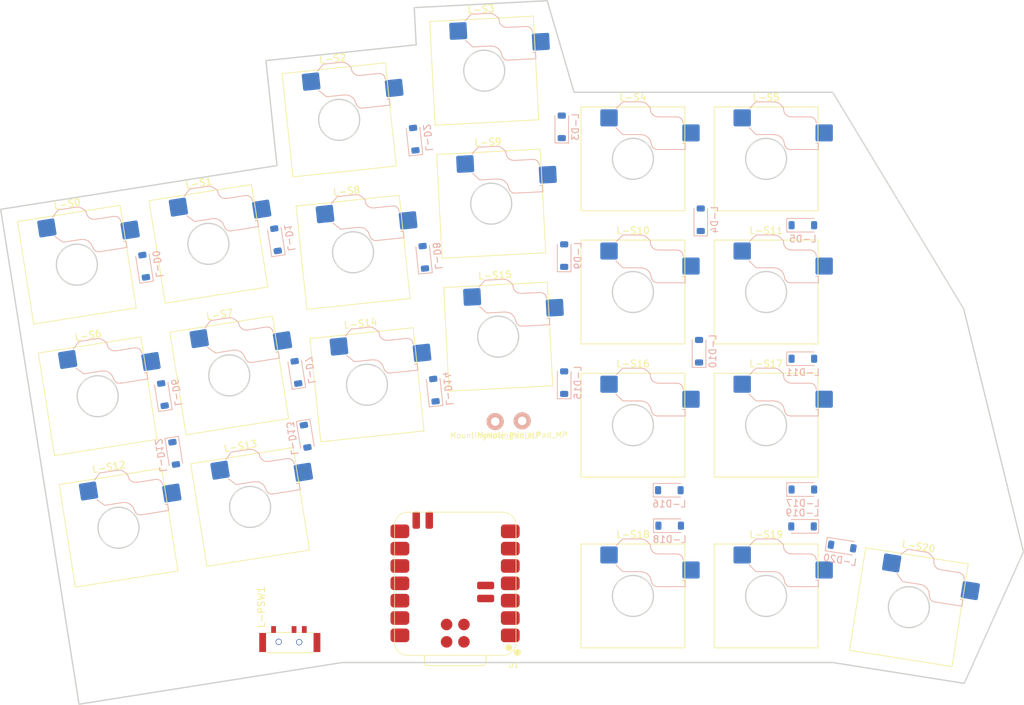
<source format=kicad_pcb>
(kicad_pcb (version 20241229) (generator "pcbnew") (generator_version "9.0")
  (layers (0 "F.Cu" signal) (2 "B.Cu" signal) (13 "F.Paste" user) (15 "B.Paste" user) (5 "F.SilkS" user "F.Silkscreen") (7 "B.SilkS" user "B.Silkscreen") (1 "F.Mask" user) (3 "B.Mask" user) (25 "Edge.Cuts" user))
  (net 0 "")
  (net 1 "Net-(L-D0-A)")
  (net 2 "L-ROW0")
  (net 3 "Net-(L-D1-A)")
  (net 4 "Net-(L-D2-A)")
  (net 5 "Net-(L-D3-A)")
  (net 6 "Net-(L-D4-A)")
  (net 7 "Net-(L-D5-A)")
  (net 8 "L-ROW1")
  (net 9 "Net-(L-D6-A)")
  (net 10 "Net-(L-D7-A)")
  (net 11 "Net-(L-D8-A)")
  (net 12 "Net-(L-D9-A)")
  (net 13 "Net-(L-D10-A)")
  (net 14 "Net-(L-D11-A)")
  (net 15 "Net-(L-D12-A)")
  (net 16 "L-ROW2")
  (net 17 "Net-(L-D13-A)")
  (net 18 "Net-(L-D14-A)")
  (net 19 "Net-(L-D15-A)")
  (net 20 "Net-(L-D16-A)")
  (net 21 "Net-(L-D17-A)")
  (net 22 "Net-(L-D18-A)")
  (net 23 "L-ROW3")
  (net 24 "Net-(L-D19-A)")
  (net 25 "Net-(L-D20-A)")
  (net 26 "L-COL0")
  (net 29 "L-COL5")
  (net 34 "L-COL1")
  (net 35 "L-BAT+")
  (net 36 "L-COL4")
  (net 40 "L-COL2")
  (net 41 "L-VBAT")
  (net 42 "L-COL3")
  (net 44 "L-GND")
  (footprint "Hotswap:Hotswap_Choc_V1V2_klp_saddle" (layer "F.Cu") (at 98.632492 154.380509 6)
    (property "Reference" "L-S14" (at 0 -9 6) (layer "F.SilkS"))
    (property "Value" "Keyswitch")
    (pad "" np_thru_hole circle (at -5.5 0 6) (size 1.9 1.9) (drill 1.9) (layers "*.Cu" "*.Mask"))
    (pad "" np_thru_hole circle (at -5 5.15 6) (size 1.6 1.6) (drill 1.6) (layers "*.Cu" "*.Mask"))
    (pad "" np_thru_hole circle (at 0 -5.9 6) (size 3.05 3.05) (drill 3.05) (layers "*.Cu" "*.Mask"))
    (pad "" np_thru_hole circle (at 0 0 6) (size 5.05 5.05) (drill 5.05) (layers "*.Cu" "*.Mask"))
    (pad "" np_thru_hole circle (at 5 -3.800003 6) (size 3.05 3.05) (drill 3.05) (layers "*.Cu" "*.Mask"))
    (pad "" np_thru_hole circle (at 5.5 0 6) (size 1.9 1.9) (drill 1.9) (layers "*.Cu" "*.Mask"))
    (pad "1" smd roundrect (at -3.5 -6 6) (size 2.55 2.5) (layers "B.Cu" "B.Mask" "B.Paste") (roundrect_rratio 0.1) (net 40 "L-COL2"))
    (pad "2" smd roundrect (at 8.5 -3.8 6) (size 2.55 2.5) (layers "B.Cu" "B.Mask" "B.Paste") (roundrect_rratio 0.1) (net 18 "Net-(L-D14-A)"))
  )
  (footprint "Hotswap:Hotswap_Choc_V1V2_klp_saddle" (layer "F.Cu") (at 137.571843 121.304385)
    (property "Reference" "L-S4" (at 0 -9 0) (layer "F.SilkS"))
    (property "Value" "Keyswitch")
    (pad "" np_thru_hole circle (at -5.5 0) (size 1.9 1.9) (drill 1.9) (layers "*.Cu" "*.Mask"))
    (pad "" np_thru_hole circle (at -5 5.15) (size 1.6 1.6) (drill 1.6) (layers "*.Cu" "*.Mask"))
    (pad "" np_thru_hole circle (at 0 -5.9) (size 3.05 3.05) (drill 3.05) (layers "*.Cu" "*.Mask"))
    (pad "" np_thru_hole circle (at 0 0) (size 5.05 5.05) (drill 5.05) (layers "*.Cu" "*.Mask"))
    (pad "" np_thru_hole circle (at 5 -3.8) (size 3.05 3.05) (drill 3.05) (layers "*.Cu" "*.Mask"))
    (pad "" np_thru_hole circle (at 5.5 0) (size 1.9 1.9) (drill 1.9) (layers "*.Cu" "*.Mask"))
    (pad "1" smd roundrect (at -3.5 -6) (size 2.55 2.5) (layers "B.Cu" "B.Mask" "B.Paste") (roundrect_rratio 0.1) (net 36 "L-COL4"))
    (pad "2" smd roundrect (at 8.5 -3.8) (size 2.55 2.5) (layers "B.Cu" "B.Mask" "B.Paste") (roundrect_rratio 0.1) (net 6 "Net-(L-D4-A)"))
  )
  (footprint "TOTEMlib:BatteryPad" (layer "F.Cu") (at 121.353762 159.672094)
    (property "Reference" "L-BAT+1" (hide yes))
    (property "Value" "MountingHole_Pad_MP" (at 0 2.05 0) (layer "F.SilkS") (effects (font (size 0.8 0.8) (thickness 0.1))))
    (pad "1" thru_hole circle (at 0 0 270) (size 2.5 2.5) (drill 1.25) (layers "*.Cu" "*.SilkS" "*.Mask") (net 41 "L-VBAT"))
  )
  (footprint "Hotswap:Hotswap_Choc_V1V2_klp_saddle" (layer "F.Cu") (at 116.819015 127.8666 3)
    (property "Reference" "L-S9" (at 0 -9 3) (layer "F.SilkS"))
    (property "Value" "Keyswitch")
    (pad "" np_thru_hole circle (at -5.5 0 3) (size 1.9 1.9) (drill 1.9) (layers "*.Cu" "*.Mask"))
    (pad "" np_thru_hole circle (at -5 5.15 3) (size 1.6 1.6) (drill 1.6) (layers "*.Cu" "*.Mask"))
    (pad "" np_thru_hole circle (at 0 -5.9 3) (size 3.05 3.05) (drill 3.05) (layers "*.Cu" "*.Mask"))
    (pad "" np_thru_hole circle (at 0 0 3) (size 5.05 5.05) (drill 5.05) (layers "*.Cu" "*.Mask"))
    (pad "" np_thru_hole circle (at 5 -3.8 3) (size 3.05 3.05) (drill 3.05) (layers "*.Cu" "*.Mask"))
    (pad "" np_thru_hole circle (at 5.5 0 3) (size 1.9 1.9) (drill 1.9) (layers "*.Cu" "*.Mask"))
    (pad "1" smd roundrect (at -3.5 -6 3) (size 2.55 2.5) (layers "B.Cu" "B.Mask" "B.Paste") (roundrect_rratio 0.1) (net 42 "L-COL3"))
    (pad "2" smd roundrect (at 8.5 -3.8 3) (size 2.55 2.5) (layers "B.Cu" "B.Mask" "B.Paste") (roundrect_rratio 0.1) (net 12 "Net-(L-D9-A)"))
  )
  (footprint "TOTEMlib:BatteryPad" (layer "F.Cu") (at 117.403762 159.772094)
    (property "Reference" "L-GND1" (hide yes))
    (property "Value" "MountingHole_Pad_MP" (at 0 2.05 0) (layer "F.SilkS") (effects (font (size 0.8 0.8) (thickness 0.1))))
    (pad "1" thru_hole circle (at 0 0 270) (size 2.5 2.5) (drill 1.25) (layers "*.Cu" "*.SilkS" "*.Mask") (net 44 "L-GND"))
  )
  (footprint "Hotswap:Hotswap_Choc_V1V2_klp_saddle" (layer "F.Cu") (at 137.571843 140.804385)
    (property "Reference" "L-S10" (at 0 -9 0) (layer "F.SilkS"))
    (property "Value" "Keyswitch")
    (pad "" np_thru_hole circle (at -5.5 0) (size 1.9 1.9) (drill 1.9) (layers "*.Cu" "*.Mask"))
    (pad "" np_thru_hole circle (at -5 5.15) (size 1.6 1.6) (drill 1.6) (layers "*.Cu" "*.Mask"))
    (pad "" np_thru_hole circle (at 0 -5.9) (size 3.05 3.05) (drill 3.05) (layers "*.Cu" "*.Mask"))
    (pad "" np_thru_hole circle (at 0 0) (size 5.05 5.05) (drill 5.05) (layers "*.Cu" "*.Mask"))
    (pad "" np_thru_hole circle (at 5 -3.8) (size 3.05 3.05) (drill 3.05) (layers "*.Cu" "*.Mask"))
    (pad "" np_thru_hole circle (at 5.5 0) (size 1.9 1.9) (drill 1.9) (layers "*.Cu" "*.Mask"))
    (pad "1" smd roundrect (at -3.5 -6) (size 2.55 2.5) (layers "B.Cu" "B.Mask" "B.Paste") (roundrect_rratio 0.1) (net 36 "L-COL4"))
    (pad "2" smd roundrect (at 8.5 -3.8) (size 2.55 2.5) (layers "B.Cu" "B.Mask" "B.Paste") (roundrect_rratio 0.1) (net 13 "Net-(L-D10-A)"))
  )
  (footprint "Hotswap:Hotswap_Choc_V1V2_klp_saddle" (layer "F.Cu") (at 78.463213 153.011699 9)
    (property "Reference" "L-S7" (at 0 -9 9) (layer "F.SilkS"))
    (property "Value" "Keyswitch")
    (pad "" np_thru_hole circle (at -5.5 0 9) (size 1.9 1.9) (drill 1.9) (layers "*.Cu" "*.Mask"))
    (pad "" np_thru_hole circle (at -5 5.15 9) (size 1.6 1.6) (drill 1.6) (layers "*.Cu" "*.Mask"))
    (pad "" np_thru_hole circle (at 0 -5.9 9) (size 3.05 3.05) (drill 3.05) (layers "*.Cu" "*.Mask"))
    (pad "" np_thru_hole circle (at 0 0 9) (size 5.05 5.05) (drill 5.05) (layers "*.Cu" "*.Mask"))
    (pad "" np_thru_hole circle (at 5 -3.8 9) (size 3.05 3.05) (drill 3.05) (layers "*.Cu" "*.Mask"))
    (pad "" np_thru_hole circle (at 5.5 0 9) (size 1.9 1.9) (drill 1.9) (layers "*.Cu" "*.Mask"))
    (pad "1" smd roundrect (at -3.5 -6 9) (size 2.55 2.5) (layers "B.Cu" "B.Mask" "B.Paste") (roundrect_rratio 0.1) (net 34 "L-COL1"))
    (pad "2" smd roundrect (at 8.5 -3.8 9) (size 2.55 2.5) (layers "B.Cu" "B.Mask" "B.Paste") (roundrect_rratio 0.1) (net 10 "Net-(L-D7-A)"))
  )
  (footprint "Hotswap:Hotswap_Choc_V1V2_klp_saddle" (layer "F.Cu") (at 137.571843 160.304385)
    (property "Reference" "L-S16" (at 0 -9 0) (layer "F.SilkS"))
    (property "Value" "Keyswitch")
    (pad "" np_thru_hole circle (at -5.5 0) (size 1.9 1.9) (drill 1.9) (layers "*.Cu" "*.Mask"))
    (pad "" np_thru_hole circle (at -5 5.15) (size 1.6 1.6) (drill 1.6) (layers "*.Cu" "*.Mask"))
    (pad "" np_thru_hole circle (at 0 -5.9) (size 3.05 3.05) (drill 3.05) (layers "*.Cu" "*.Mask"))
    (pad "" np_thru_hole circle (at 0 0) (size 5.05 5.05) (drill 5.05) (layers "*.Cu" "*.Mask"))
    (pad "" np_thru_hole circle (at 5 -3.8) (size 3.05 3.05) (drill 3.05) (layers "*.Cu" "*.Mask"))
    (pad "" np_thru_hole circle (at 5.5 0) (size 1.9 1.9) (drill 1.9) (layers "*.Cu" "*.Mask"))
    (pad "1" smd roundrect (at -3.5 -6) (size 2.55 2.5) (layers "B.Cu" "B.Mask" "B.Paste") (roundrect_rratio 0.1) (net 36 "L-COL4"))
    (pad "2" smd roundrect (at 8.5 -3.8) (size 2.55 2.5) (layers "B.Cu" "B.Mask" "B.Paste") (roundrect_rratio 0.1) (net 20 "Net-(L-D16-A)"))
  )
  (footprint "Hotswap:Hotswap_Choc_V1V2_klp_saddle" (layer "F.Cu") (at 59.20329 156.062171 9)
    (property "Reference" "L-S6" (at 0 -9 9) (layer "F.SilkS"))
    (property "Value" "Keyswitch")
    (pad "" np_thru_hole circle (at -5.5 0 9) (size 1.9 1.9) (drill 1.9) (layers "*.Cu" "*.Mask"))
    (pad "" np_thru_hole circle (at -5 5.15 9) (size 1.6 1.6) (drill 1.6) (layers "*.Cu" "*.Mask"))
    (pad "" np_thru_hole circle (at 0 -5.9 9) (size 3.05 3.05) (drill 3.05) (layers "*.Cu" "*.Mask"))
    (pad "" np_thru_hole circle (at 0 0 9) (size 5.05 5.05) (drill 5.05) (layers "*.Cu" "*.Mask"))
    (pad "" np_thru_hole circle (at 5 -3.8 9) (size 3.05 3.05) (drill 3.05) (layers "*.Cu" "*.Mask"))
    (pad "" np_thru_hole circle (at 5.5 0 9) (size 1.9 1.9) (drill 1.9) (layers "*.Cu" "*.Mask"))
    (pad "1" smd roundrect (at -3.5 -6 9) (size 2.55 2.5) (layers "B.Cu" "B.Mask" "B.Paste") (roundrect_rratio 0.1) (net 26 "L-COL0"))
    (pad "2" smd roundrect (at 8.5 -3.8 9) (size 2.55 2.5) (layers "B.Cu" "B.Mask" "B.Paste") (roundrect_rratio 0.1) (net 9 "Net-(L-D6-A)"))
  )
  (footprint "Seeed Studio XIAO Series Library:XIAO-nRF52840-SMD" (layer "F.Cu") (at 111.503762 183.458594 180)
    (property "Reference" "U1" (at -9.445 -11.5 0) (layer "F.SilkS") (effects (font (size 0.78232 0.78232) (thickness 0.10668)) (justify right top)))
    (property "Value" "XIAO-nRF52840-SMD")
    (pad "1" smd roundrect (at -8.11 -7.62 180) (size 2.75 2) (layers "F.Cu" "F.Mask" "F.Paste") (net 26 "L-COL0"))
    (pad "2" smd roundrect (at -8.11 -5.08 180) (size 2.75 2) (layers "F.Cu" "F.Mask" "F.Paste") (net 34 "L-COL1"))
    (pad "3" smd roundrect (at -8.11 -2.54 180) (size 2.75 2) (layers "F.Cu" "F.Mask" "F.Paste") (net 40 "L-COL2"))
    (pad "4" smd roundrect (at -8.11 0 180) (size 2.75 2) (layers "F.Cu" "F.Mask" "F.Paste") (net 42 "L-COL3"))
    (pad "5" smd roundrect (at -8.11 2.54 180) (size 2.75 2) (layers "F.Cu" "F.Mask" "F.Paste") (net 36 "L-COL4"))
    (pad "6" smd roundrect (at -8.11 5.08 180) (size 2.75 2) (layers "F.Cu" "F.Mask" "F.Paste") (net 29 "L-COL5"))
    (pad "7" smd roundrect (at -8.11 7.62 180) (size 2.75 2) (layers "F.Cu" "F.Mask" "F.Paste"))
    (pad "8" smd roundrect (at 8.055 7.62 180) (size 2.75 2) (layers "F.Cu" "F.Mask" "F.Paste") (net 23 "L-ROW3"))
    (pad "9" smd roundrect (at 8.055 5.08 180) (size 2.75 2) (layers "F.Cu" "F.Mask" "F.Paste") (net 16 "L-ROW2"))
    (pad "10" smd roundrect (at 8.055 2.54 180) (size 2.75 2) (layers "F.Cu" "F.Mask" "F.Paste") (net 8 "L-ROW1"))
    (pad "11" smd roundrect (at 8.055 0 180) (size 2.75 2) (layers "F.Cu" "F.Mask" "F.Paste") (net 2 "L-ROW0"))
    (pad "12" smd roundrect (at 8.055 -2.54 180) (size 2.75 2) (layers "F.Cu" "F.Mask" "F.Paste"))
    (pad "13" smd roundrect (at 8.055 -5.08 180) (size 2.75 2) (layers "F.Cu" "F.Mask" "F.Paste") (net 44 "L-GND"))
    (pad "14" smd roundrect (at 8.055 -7.62 180) (size 2.75 2) (layers "F.Cu" "F.Mask" "F.Paste"))
    (pad "15" smd roundrect (at -4.5 -0.3135) (size 2.5 1.1) (layers "F.Cu" "F.Mask" "F.Paste") (net 35 "L-BAT+"))
    (pad "16" smd roundrect (at -4.5 -2.2185) (size 2.5 1.1) (layers "F.Cu" "F.Mask" "F.Paste") (net 44 "L-GND"))
    (pad "17" smd roundrect (at 3.755 9.2369 90) (size 2.5 1.1) (layers "F.Cu" "F.Mask" "F.Paste"))
    (pad "18" smd roundrect (at 5.66 9.2369 90) (size 2.5 1.1) (layers "F.Cu" "F.Mask" "F.Paste"))
    (pad "19" smd circle (at -1.325 -8.5685 180) (size 1.7 1.7) (layers "F.Cu" "F.Mask" "F.Paste"))
    (pad "20" smd circle (at 1.215 -8.5685 180) (size 1.7 1.7) (layers "F.Cu" "F.Mask" "F.Paste"))
    (pad "21" smd circle (at -1.325 -6.0285 180) (size 1.7 1.7) (layers "F.Cu" "F.Mask" "F.Paste"))
    (pad "22" smd circle (at 1.215 -6.0285 180) (size 1.7 1.7) (layers "F.Cu" "F.Mask" "F.Paste"))
  )
  (footprint "Hotswap:Hotswap_Choc_V1V2_klp_saddle" (layer "F.Cu") (at 62.253762 175.322094 9)
    (property "Reference" "L-S12" (at 0 -9 9) (layer "F.SilkS"))
    (property "Value" "Keyswitch")
    (pad "" np_thru_hole circle (at -5.5 0 9) (size 1.9 1.9) (drill 1.9) (layers "*.Cu" "*.Mask"))
    (pad "" np_thru_hole circle (at -5 5.15 9) (size 1.6 1.6) (drill 1.6) (layers "*.Cu" "*.Mask"))
    (pad "" np_thru_hole circle (at 0 -5.9 9) (size 3.05 3.05) (drill 3.05) (layers "*.Cu" "*.Mask"))
    (pad "" np_thru_hole circle (at 0 0 9) (size 5.05 5.05) (drill 5.05) (layers "*.Cu" "*.Mask"))
    (pad "" np_thru_hole circle (at 5 -3.8 9) (size 3.05 3.05) (drill 3.05) (layers "*.Cu" "*.Mask"))
    (pad "" np_thru_hole circle (at 5.5 0 9) (size 1.9 1.9) (drill 1.9) (layers "*.Cu" "*.Mask"))
    (pad "1" smd roundrect (at -3.5 -6 9) (size 2.55 2.5) (layers "B.Cu" "B.Mask" "B.Paste") (roundrect_rratio 0.1) (net 26 "L-COL0"))
    (pad "2" smd roundrect (at 8.5 -3.8 9) (size 2.55 2.5) (layers "B.Cu" "B.Mask" "B.Paste") (roundrect_rratio 0.1) (net 15 "Net-(L-D12-A)"))
  )
  (footprint "Hotswap:Hotswap_Choc_V1V2_klp_saddle" (layer "F.Cu") (at 75.412741 133.751776 9)
    (property "Reference" "L-S1" (at 0 -9 9) (layer "F.SilkS"))
    (property "Value" "Keyswitch")
    (pad "" np_thru_hole circle (at -5.5 0 9) (size 1.9 1.9) (drill 1.9) (layers "*.Cu" "*.Mask"))
    (pad "" np_thru_hole circle (at -5 5.15 9) (size 1.6 1.6) (drill 1.6) (layers "*.Cu" "*.Mask"))
    (pad "" np_thru_hole circle (at 0 -5.9 9) (size 3.05 3.05) (drill 3.05) (layers "*.Cu" "*.Mask"))
    (pad "" np_thru_hole circle (at 0 0 9) (size 5.05 5.05) (drill 5.05) (layers "*.Cu" "*.Mask"))
    (pad "" np_thru_hole circle (at 5 -3.8 9) (size 3.05 3.05) (drill 3.05) (layers "*.Cu" "*.Mask"))
    (pad "" np_thru_hole circle (at 5.5 0 9) (size 1.9 1.9) (drill 1.9) (layers "*.Cu" "*.Mask"))
    (pad "1" smd roundrect (at -3.5 -6 9) (size 2.55 2.5) (layers "B.Cu" "B.Mask" "B.Paste") (roundrect_rratio 0.1) (net 34 "L-COL1"))
    (pad "2" smd roundrect (at 8.5 -3.8 9) (size 2.55 2.5) (layers "B.Cu" "B.Mask" "B.Paste") (roundrect_rratio 0.1) (net 3 "Net-(L-D1-A)"))
  )
  (footprint "Hotswap:Hotswap_Choc_V1V2_klp_saddle" (layer "F.Cu") (at 157.071843 185.304385)
    (property "Reference" "L-S19" (at 0 -9 0) (layer "F.SilkS"))
    (property "Value" "Keyswitch")
    (pad "" np_thru_hole circle (at -5.5 0) (size 1.9 1.9) (drill 1.9) (layers "*.Cu" "*.Mask"))
    (pad "" np_thru_hole circle (at -5 5.15) (size 1.6 1.6) (drill 1.6) (layers "*.Cu" "*.Mask"))
    (pad "" np_thru_hole circle (at 0 -5.9) (size 3.05 3.05) (drill 3.05) (layers "*.Cu" "*.Mask"))
    (pad "" np_thru_hole circle (at 0 0) (size 5.05 5.05) (drill 5.05) (layers "*.Cu" "*.Mask"))
    (pad "" np_thru_hole circle (at 5 -3.8) (size 3.05 3.05) (drill 3.05) (layers "*.Cu" "*.Mask"))
    (pad "" np_thru_hole circle (at 5.5 0) (size 1.9 1.9) (drill 1.9) (layers "*.Cu" "*.Mask"))
    (pad "1" smd roundrect (at -3.5 -6) (size 2.55 2.5) (layers "B.Cu" "B.Mask" "B.Paste") (roundrect_rratio 0.1) (net 36 "L-COL4"))
    (pad "2" smd roundrect (at 8.5 -3.8) (size 2.55 2.5) (layers "B.Cu" "B.Mask" "B.Paste") (roundrect_rratio 0.1) (net 24 "Net-(L-D19-A)"))
  )
  (footprint "Hotswap:Hotswap_Choc_V1V2_klp_saddle" (layer "F.Cu") (at 117.839567 147.339876 3)
    (property "Reference" "L-S15" (at 0 -9 3) (layer "F.SilkS"))
    (property "Value" "Keyswitch")
    (pad "" np_thru_hole circle (at -5.5 0 3) (size 1.9 1.9) (drill 1.9) (layers "*.Cu" "*.Mask"))
    (pad "" np_thru_hole circle (at -5 5.15 3) (size 1.6 1.6) (drill 1.6) (layers "*.Cu" "*.Mask"))
    (pad "" np_thru_hole circle (at 0 -5.9 3) (size 3.05 3.05) (drill 3.05) (layers "*.Cu" "*.Mask"))
    (pad "" np_thru_hole circle (at 0 0 3) (size 5.05 5.05) (drill 5.05) (layers "*.Cu" "*.Mask"))
    (pad "" np_thru_hole circle (at 5 -3.8 3) (size 3.05 3.05) (drill 3.05) (layers "*.Cu" "*.Mask"))
    (pad "" np_thru_hole circle (at 5.5 0 3) (size 1.9 1.9) (drill 1.9) (layers "*.Cu" "*.Mask"))
    (pad "1" smd roundrect (at -3.5 -6 3) (size 2.55 2.5) (layers "B.Cu" "B.Mask" "B.Paste") (roundrect_rratio 0.1) (net 42 "L-COL3"))
    (pad "2" smd roundrect (at 8.5 -3.8 3) (size 2.55 2.5) (layers "B.Cu" "B.Mask" "B.Paste") (roundrect_rratio 0.1) (net 19 "Net-(L-D15-A)"))
  )
  (footprint "Hotswap:Hotswap_Choc_V1V2_klp_saddle" (layer "F.Cu") (at 157.071843 160.304385)
    (property "Reference" "L-S17" (at 0 -9 0) (layer "F.SilkS"))
    (property "Value" "Keyswitch")
    (pad "" np_thru_hole circle (at -5.5 0) (size 1.9 1.9) (drill 1.9) (layers "*.Cu" "*.Mask"))
    (pad "" np_thru_hole circle (at -5 5.15) (size 1.6 1.6) (drill 1.6) (layers "*.Cu" "*.Mask"))
    (pad "" np_thru_hole circle (at 0 -5.9) (size 3.05 3.05) (drill 3.05) (layers "*.Cu" "*.Mask"))
    (pad "" np_thru_hole circle (at 0 0) (size 5.05 5.05) (drill 5.05) (layers "*.Cu" "*.Mask"))
    (pad "" np_thru_hole circle (at 5 -3.8) (size 3.05 3.05) (drill 3.05) (layers "*.Cu" "*.Mask"))
    (pad "" np_thru_hole circle (at 5.5 0) (size 1.9 1.9) (drill 1.9) (layers "*.Cu" "*.Mask"))
    (pad "1" smd roundrect (at -3.5 -6) (size 2.55 2.5) (layers "B.Cu" "B.Mask" "B.Paste") (roundrect_rratio 0.1) (net 29 "L-COL5"))
    (pad "2" smd roundrect (at 8.5 -3.8) (size 2.55 2.5) (layers "B.Cu" "B.Mask" "B.Paste") (roundrect_rratio 0.1) (net 21 "Net-(L-D17-A)"))
  )
  (footprint "TOTEMlib:MSK12C02" (layer "F.Cu") (at 83.453762 193.422094 90)
    (property "Reference" "L-PSW1" (at 6.48 -0.29 90) (layer "F.SilkS"))
    (property "Value" "Power")
    (pad "" np_thru_hole circle (at 1.35 5.25 90) (size 0.9 0.9) (drill 0.7) (layers "*.Cu" "*.Mask"))
    (pad "" np_thru_hole circle (at 1.4 2.25 90) (size 0.9 0.9) (drill 0.7) (layers "*.Cu" "*.Mask"))
    (pad "1" smd rect (at 3.2 1.5 180) (size 0.7 1) (layers "F.Cu" "F.Mask" "F.Paste"))
    (pad "2" smd rect (at 3.2 4.5 180) (size 0.7 1) (layers "F.Cu" "F.Mask" "F.Paste") (net 35 "L-BAT+"))
    (pad "3" smd rect (at 3.2 6 180) (size 0.7 1) (layers "F.Cu" "F.Mask" "F.Paste") (net 41 "L-VBAT"))
    (pad "NC" smd rect (at 1.3 -0.1 90) (size 2.8 1) (layers "F.Cu" "F.Mask" "F.Paste"))
    (pad "NC" smd rect (at 1.3 7.85 90) (size 2.8 1) (layers "F.Cu" "F.Mask" "F.Paste"))
  )
  (footprint "Hotswap:Hotswap_Choc_V1V2_klp_saddle" (layer "F.Cu") (at 56.152818 136.802248 9)
    (property "Reference" "L-S0" (at 0 -9 9) (layer "F.SilkS"))
    (property "Value" "Keyswitch")
    (pad "" np_thru_hole circle (at -5.5 0 9) (size 1.9 1.9) (drill 1.9) (layers "*.Cu" "*.Mask"))
    (pad "" np_thru_hole circle (at -5 5.15 9) (size 1.6 1.6) (drill 1.6) (layers "*.Cu" "*.Mask"))
    (pad "" np_thru_hole circle (at 0 -5.9 9) (size 3.05 3.05) (drill 3.05) (layers "*.Cu" "*.Mask"))
    (pad "" np_thru_hole circle (at 0 0 9) (size 5.05 5.05) (drill 5.05) (layers "*.Cu" "*.Mask"))
    (pad "" np_thru_hole circle (at 5 -3.8 9) (size 3.05 3.05) (drill 3.05) (layers "*.Cu" "*.Mask"))
    (pad "" np_thru_hole circle (at 5.5 0 9) (size 1.9 1.9) (drill 1.9) (layers "*.Cu" "*.Mask"))
    (pad "1" smd roundrect (at -3.5 -6 9) (size 2.55 2.5) (layers "B.Cu" "B.Mask" "B.Paste") (roundrect_rratio 0.1) (net 26 "L-COL0"))
    (pad "2" smd roundrect (at 8.5 -3.8 9) (size 2.55 2.5) (layers "B.Cu" "B.Mask" "B.Paste") (roundrect_rratio 0.1) (net 1 "Net-(L-D0-A)"))
  )
  (footprint "Hotswap:Hotswap_Choc_V1V2_klp_saddle" (layer "F.Cu") (at 96.594187 134.987332 6)
    (property "Reference" "L-S8" (at 0 -9 6) (layer "F.SilkS"))
    (property "Value" "Keyswitch")
    (pad "" np_thru_hole circle (at -5.5 0 6) (size 1.9 1.9) (drill 1.9) (layers "*.Cu" "*.Mask"))
    (pad "" np_thru_hole circle (at -5 5.15 6) (size 1.6 1.6) (drill 1.6) (layers "*.Cu" "*.Mask"))
    (pad "" np_thru_hole circle (at 0 -5.9 6) (size 3.05 3.05) (drill 3.05) (layers "*.Cu" "*.Mask"))
    (pad "" np_thru_hole circle (at 0 0 6) (size 5.05 5.05) (drill 5.05) (layers "*.Cu" "*.Mask"))
    (pad "" np_thru_hole circle (at 5 -3.800003 6) (size 3.05 3.05) (drill 3.05) (layers "*.Cu" "*.Mask"))
    (pad "" np_thru_hole circle (at 5.5 0 6) (size 1.9 1.9) (drill 1.9) (layers "*.Cu" "*.Mask"))
    (pad "1" smd roundrect (at -3.5 -6 6) (size 2.55 2.5) (layers "B.Cu" "B.Mask" "B.Paste") (roundrect_rratio 0.1) (net 40 "L-COL2"))
    (pad "2" smd roundrect (at 8.5 -3.8 6) (size 2.55 2.5) (layers "B.Cu" "B.Mask" "B.Paste") (roundrect_rratio 0.1) (net 11 "Net-(L-D8-A)"))
  )
  (footprint "Hotswap:Hotswap_Choc_V1V2_klp_saddle" (layer "F.Cu") (at 94.555882 115.594155 6)
    (property "Reference" "L-S2" (at 0 -9 6) (layer "F.SilkS"))
    (property "Value" "Keyswitch")
    (pad "" np_thru_hole circle (at -5.5 0 6) (size 1.9 1.9) (drill 1.9) (layers "*.Cu" "*.Mask"))
    (pad "" np_thru_hole circle (at -5 5.15 6) (size 1.6 1.6) (drill 1.6) (layers "*.Cu" "*.Mask"))
    (pad "" np_thru_hole circle (at 0 -5.9 6) (size 3.05 3.05) (drill 3.05) (layers "*.Cu" "*.Mask"))
    (pad "" np_thru_hole circle (at 0 0 6) (size 5.05 5.05) (drill 5.05) (layers "*.Cu" "*.Mask"))
    (pad "" np_thru_hole circle (at 5 -3.800003 6) (size 3.05 3.05) (drill 3.05) (layers "*.Cu" "*.Mask"))
    (pad "" np_thru_hole circle (at 5.5 0 6) (size 1.9 1.9) (drill 1.9) (layers "*.Cu" "*.Mask"))
    (pad "1" smd roundrect (at -3.5 -6 6) (size 2.55 2.5) (layers "B.Cu" "B.Mask" "B.Paste") (roundrect_rratio 0.1) (net 40 "L-COL2"))
    (pad "2" smd roundrect (at 8.5 -3.8 6) (size 2.55 2.5) (layers "B.Cu" "B.Mask" "B.Paste") (roundrect_rratio 0.1) (net 4 "Net-(L-D2-A)"))
  )
  (footprint "Hotswap:Hotswap_Choc_V1V2_klp_saddle" (layer "F.Cu") (at 115.798464 108.393324 3)
    (property "Reference" "L-S3" (at 0 -9 3) (layer "F.SilkS"))
    (property "Value" "Keyswitch")
    (pad "" np_thru_hole circle (at -5.5 0 3) (size 1.9 1.9) (drill 1.9) (layers "*.Cu" "*.Mask"))
    (pad "" np_thru_hole circle (at -5 5.15 3) (size 1.6 1.6) (drill 1.6) (layers "*.Cu" "*.Mask"))
    (pad "" np_thru_hole circle (at 0 -5.9 3) (size 3.05 3.05) (drill 3.05) (layers "*.Cu" "*.Mask"))
    (pad "" np_thru_hole circle (at 0 0 3) (size 5.05 5.05) (drill 5.05) (layers "*.Cu" "*.Mask"))
    (pad "" np_thru_hole circle (at 5 -3.8 3) (size 3.05 3.05) (drill 3.05) (layers "*.Cu" "*.Mask"))
    (pad "" np_thru_hole circle (at 5.5 0 3) (size 1.9 1.9) (drill 1.9) (layers "*.Cu" "*.Mask"))
    (pad "1" smd roundrect (at -3.5 -6 3) (size 2.55 2.5) (layers "B.Cu" "B.Mask" "B.Paste") (roundrect_rratio 0.1) (net 42 "L-COL3"))
    (pad "2" smd roundrect (at 8.5 -3.8 3) (size 2.55 2.5) (layers "B.Cu" "B.Mask" "B.Paste") (roundrect_rratio 0.1) (net 5 "Net-(L-D3-A)"))
  )
  (footprint "Hotswap:Hotswap_Choc_V1V2_klp_saddle" (layer "F.Cu") (at 177.97704 186.94966 -9)
    (property "Reference" "L-S20" (at 0 -9 171) (layer "F.SilkS"))
    (property "Value" "Keyswitch")
    (pad "" np_thru_hole circle (at -5.5 0 351) (size 1.9 1.9) (drill 1.9) (layers "*.Cu" "*.Mask"))
    (pad "" np_thru_hole circle (at -5 5.15 351) (size 1.6 1.6) (drill 1.6) (layers "*.Cu" "*.Mask"))
    (pad "" np_thru_hole circle (at 0 -5.9 351) (size 3.05 3.05) (drill 3.05) (layers "*.Cu" "*.Mask"))
    (pad "" np_thru_hole circle (at 0 0 351) (size 5.05 5.05) (drill 5.05) (layers "*.Cu" "*.Mask"))
    (pad "" np_thru_hole circle (at 5 -3.8 351) (size 3.05 3.05) (drill 3.05) (layers "*.Cu" "*.Mask"))
    (pad "" np_thru_hole circle (at 5.5 0 351) (size 1.9 1.9) (drill 1.9) (layers "*.Cu" "*.Mask"))
    (pad "1" smd roundrect (at -3.5 -6 351) (size 2.55 2.5) (layers "B.Cu" "B.Mask" "B.Paste") (roundrect_rratio 0.1) (net 29 "L-COL5"))
    (pad "2" smd roundrect (at 8.5 -3.8 351) (size 2.55 2.5) (layers "B.Cu" "B.Mask" "B.Paste") (roundrect_rratio 0.1) (net 25 "Net-(L-D20-A)"))
  )
  (footprint "Hotswap:Hotswap_Choc_V1V2_klp_saddle" (layer "F.Cu") (at 157.071843 121.304385)
    (property "Reference" "L-S5" (at 0 -9 0) (layer "F.SilkS"))
    (property "Value" "Keyswitch")
    (pad "" np_thru_hole circle (at -5.5 0) (size 1.9 1.9) (drill 1.9) (layers "*.Cu" "*.Mask"))
    (pad "" np_thru_hole circle (at -5 5.15) (size 1.6 1.6) (drill 1.6) (layers "*.Cu" "*.Mask"))
    (pad "" np_thru_hole circle (at 0 -5.9) (size 3.05 3.05) (drill 3.05) (layers "*.Cu" "*.Mask"))
    (pad "" np_thru_hole circle (at 0 0) (size 5.05 5.05) (drill 5.05) (layers "*.Cu" "*.Mask"))
    (pad "" np_thru_hole circle (at 5 -3.8) (size 3.05 3.05) (drill 3.05) (layers "*.Cu" "*.Mask"))
    (pad "" np_thru_hole circle (at 5.5 0) (size 1.9 1.9) (drill 1.9) (layers "*.Cu" "*.Mask"))
    (pad "1" smd roundrect (at -3.5 -6) (size 2.55 2.5) (layers "B.Cu" "B.Mask" "B.Paste") (roundrect_rratio 0.1) (net 29 "L-COL5"))
    (pad "2" smd roundrect (at 8.5 -3.8) (size 2.55 2.5) (layers "B.Cu" "B.Mask" "B.Paste") (roundrect_rratio 0.1) (net 7 "Net-(L-D5-A)"))
  )
  (footprint "Hotswap:Hotswap_Choc_V1V2_klp_saddle" (layer "F.Cu") (at 81.513685 172.271622 9)
    (property "Reference" "L-S13" (at 0 -9 9) (layer "F.SilkS"))
    (property "Value" "Keyswitch")
    (pad "" np_thru_hole circle (at -5.5 0 9) (size 1.9 1.9) (drill 1.9) (layers "*.Cu" "*.Mask"))
    (pad "" np_thru_hole circle (at -5 5.15 9) (size 1.6 1.6) (drill 1.6) (layers "*.Cu" "*.Mask"))
    (pad "" np_thru_hole circle (at 0 -5.9 9) (size 3.05 3.05) (drill 3.05) (layers "*.Cu" "*.Mask"))
    (pad "" np_thru_hole circle (at 0 0 9) (size 5.05 5.05) (drill 5.05) (layers "*.Cu" "*.Mask"))
    (pad "" np_thru_hole circle (at 5 -3.8 9) (size 3.05 3.05) (drill 3.05) (layers "*.Cu" "*.Mask"))
    (pad "" np_thru_hole circle (at 5.5 0 9) (size 1.9 1.9) (drill 1.9) (layers "*.Cu" "*.Mask"))
    (pad "1" smd roundrect (at -3.5 -6 9) (size 2.55 2.5) (layers "B.Cu" "B.Mask" "B.Paste") (roundrect_rratio 0.1) (net 34 "L-COL1"))
    (pad "2" smd roundrect (at 8.5 -3.8 9) (size 2.55 2.5) (layers "B.Cu" "B.Mask" "B.Paste") (roundrect_rratio 0.1) (net 17 "Net-(L-D13-A)"))
  )
  (footprint "Hotswap:Hotswap_Choc_V1V2_klp_saddle" (layer "F.Cu") (at 137.571843 185.304385)
    (property "Reference" "L-S18" (at 0 -9 0) (layer "F.SilkS"))
    (property "Value" "Keyswitch")
    (pad "" np_thru_hole circle (at -5.5 0) (size 1.9 1.9) (drill 1.9) (layers "*.Cu" "*.Mask"))
    (pad "" np_thru_hole circle (at -5 5.15) (size 1.6 1.6) (drill 1.6) (layers "*.Cu" "*.Mask"))
    (pad "" np_thru_hole circle (at 0 -5.9) (size 3.05 3.05) (drill 3.05) (layers "*.Cu" "*.Mask"))
    (pad "" np_thru_hole circle (at 0 0) (size 5.05 5.05) (drill 5.05) (layers "*.Cu" "*.Mask"))
    (pad "" np_thru_hole circle (at 5 -3.8) (size 3.05 3.05) (drill 3.05) (layers "*.Cu" "*.Mask"))
    (pad "" np_thru_hole circle (at 5.5 0) (size 1.9 1.9) (drill 1.9) (layers "*.Cu" "*.Mask"))
    (pad "1" smd roundrect (at -3.5 -6) (size 2.55 2.5) (layers "B.Cu" "B.Mask" "B.Paste") (roundrect_rratio 0.1) (net 42 "L-COL3"))
    (pad "2" smd roundrect (at 8.5 -3.8) (size 2.55 2.5) (layers "B.Cu" "B.Mask" "B.Paste") (roundrect_rratio 0.1) (net 22 "Net-(L-D18-A)"))
  )
  (footprint "Hotswap:Hotswap_Choc_V1V2_klp_saddle" (layer "F.Cu") (at 157.071843 140.804385)
    (property "Reference" "L-S11" (at 0 -9 0) (layer "F.SilkS"))
    (property "Value" "Keyswitch")
    (pad "" np_thru_hole circle (at -5.5 0) (size 1.9 1.9) (drill 1.9) (layers "*.Cu" "*.Mask"))
    (pad "" np_thru_hole circle (at -5 5.15) (size 1.6 1.6) (drill 1.6) (layers "*.Cu" "*.Mask"))
    (pad "" np_thru_hole circle (at 0 -5.9) (size 3.05 3.05) (drill 3.05) (layers "*.Cu" "*.Mask"))
    (pad "" np_thru_hole circle (at 0 0) (size 5.05 5.05) (drill 5.05) (layers "*.Cu" "*.Mask"))
    (pad "" np_thru_hole circle (at 5 -3.8) (size 3.05 3.05) (drill 3.05) (layers "*.Cu" "*.Mask"))
    (pad "" np_thru_hole circle (at 5.5 0) (size 1.9 1.9) (drill 1.9) (layers "*.Cu" "*.Mask"))
    (pad "1" smd roundrect (at -3.5 -6) (size 2.55 2.5) (layers "B.Cu" "B.Mask" "B.Paste") (roundrect_rratio 0.1) (net 29 "L-COL5"))
    (pad "2" smd roundrect (at 8.5 -3.8) (size 2.55 2.5) (layers "B.Cu" "B.Mask" "B.Paste") (roundrect_rratio 0.1) (net 14 "Net-(L-D11-A)"))
  )
  (footprint "Diode_SMD:D_SOD-123" (layer "B.Cu") (at 162.453762 150.572094)
    (property "Reference" "L-D11" (at 0 2 0) (layer "B.SilkS") (effects (justify mirror)))
    (property "Value" "Diode")
    (pad "1" smd roundrect (at -1.65 0) (size 0.9 1.2) (layers "B.Cu" "B.Mask" "B.Paste") (net 8 "L-ROW1"))
    (pad "2" smd roundrect (at 1.65 0) (size 0.9 1.2) (layers "B.Cu" "B.Mask" "B.Paste") (net 14 "Net-(L-D11-A)"))
  )
  (footprint "Diode_SMD:D_SOD-123" (layer "B.Cu") (at 68.753762 155.822094 99)
    (property "Reference" "L-D6" (at 0 2 99) (layer "B.SilkS") (effects (justify mirror)))
    (property "Value" "Diode")
    (pad "1" smd roundrect (at -1.65 0 99) (size 0.9 1.2) (layers "B.Cu" "B.Mask" "B.Paste") (net 8 "L-ROW1"))
    (pad "2" smd roundrect (at 1.65 0 99) (size 0.9 1.2) (layers "B.Cu" "B.Mask" "B.Paste") (net 9 "Net-(L-D6-A)"))
  )
  (footprint "Diode_SMD:D_SOD-123" (layer "B.Cu") (at 106.953762 135.722094 96)
    (property "Reference" "L-D8" (at 0 2 96) (layer "B.SilkS") (effects (justify mirror)))
    (property "Value" "Diode")
    (pad "1" smd roundrect (at -1.65 0 96) (size 0.9 1.2) (layers "B.Cu" "B.Mask" "B.Paste") (net 8 "L-ROW1"))
    (pad "2" smd roundrect (at 1.65 0 96) (size 0.9 1.2) (layers "B.Cu" "B.Mask" "B.Paste") (net 11 "Net-(L-D8-A)"))
  )
  (footprint "Diode_SMD:D_SOD-123" (layer "B.Cu") (at 88.303762 152.572094 99)
    (property "Reference" "L-D7" (at 0 2 99) (layer "B.SilkS") (effects (justify mirror)))
    (property "Value" "Diode")
    (pad "1" smd roundrect (at -1.65 0 99) (size 0.9 1.2) (layers "B.Cu" "B.Mask" "B.Paste") (net 8 "L-ROW1"))
    (pad "2" smd roundrect (at 1.65 0 99) (size 0.9 1.2) (layers "B.Cu" "B.Mask" "B.Paste") (net 10 "Net-(L-D7-A)"))
  )
  (footprint "Diode_SMD:D_SOD-123" (layer "B.Cu") (at 162.403762 175.122094 180)
    (property "Reference" "L-D19" (at 0 2 0) (layer "B.SilkS") (effects (justify mirror)))
    (property "Value" "Diode")
    (pad "1" smd roundrect (at -1.65 0 180) (size 0.9 1.2) (layers "B.Cu" "B.Mask" "B.Paste") (net 23 "L-ROW3"))
    (pad "2" smd roundrect (at 1.65 0 180) (size 0.9 1.2) (layers "B.Cu" "B.Mask" "B.Paste") (net 24 "Net-(L-D19-A)"))
  )
  (footprint "Diode_SMD:D_SOD-123" (layer "B.Cu") (at 147.503762 130.222094 90)
    (property "Reference" "L-D4" (at 0 2 90) (layer "B.SilkS") (effects (justify mirror)))
    (property "Value" "Diode")
    (pad "1" smd roundrect (at -1.65 0 90) (size 0.9 1.2) (layers "B.Cu" "B.Mask" "B.Paste") (net 2 "L-ROW0"))
    (pad "2" smd roundrect (at 1.65 0 90) (size 0.9 1.2) (layers "B.Cu" "B.Mask" "B.Paste") (net 6 "Net-(L-D4-A)"))
  )
  (footprint "Diode_SMD:D_SOD-123" (layer "B.Cu") (at 85.311879 133.15178 99)
    (property "Reference" "L-D1" (at 0 2 99) (layer "B.SilkS") (effects (justify mirror)))
    (property "Value" "Diode")
    (pad "1" smd roundrect (at -1.65 0 99) (size 0.9 1.2) (layers "B.Cu" "B.Mask" "B.Paste") (net 2 "L-ROW0"))
    (pad "2" smd roundrect (at 1.65 0 99) (size 0.9 1.2) (layers "B.Cu" "B.Mask" "B.Paste") (net 3 "Net-(L-D1-A)"))
  )
  (footprint "Diode_SMD:D_SOD-123" (layer "B.Cu") (at 127.503762 135.472094 90)
    (property "Reference" "L-D9" (at 0 2 90) (layer "B.SilkS") (effects (justify mirror)))
    (property "Value" "Diode")
    (pad "1" smd roundrect (at -1.65 0 90) (size 0.9 1.2) (layers "B.Cu" "B.Mask" "B.Paste") (net 8 "L-ROW1"))
    (pad "2" smd roundrect (at 1.65 0 90) (size 0.9 1.2) (layers "B.Cu" "B.Mask" "B.Paste") (net 12 "Net-(L-D9-A)"))
  )
  (footprint "Diode_SMD:D_SOD-123" (layer "B.Cu") (at 127.153762 116.622094 90)
    (property "Reference" "L-D3" (at 0 2 90) (layer "B.SilkS") (effects (justify mirror)))
    (property "Value" "Diode")
    (pad "1" smd roundrect (at -1.65 0 90) (size 0.9 1.2) (layers "B.Cu" "B.Mask" "B.Paste") (net 2 "L-ROW0"))
    (pad "2" smd roundrect (at 1.65 0 90) (size 0.9 1.2) (layers "B.Cu" "B.Mask" "B.Paste") (net 5 "Net-(L-D3-A)"))
  )
  (footprint "Diode_SMD:D_SOD-123" (layer "B.Cu") (at 70.403762 164.422094 -81)
    (property "Reference" "L-D12" (at 0 2 99) (layer "B.SilkS") (effects (justify mirror)))
    (property "Value" "Diode")
    (pad "1" smd roundrect (at -1.65 0 279) (size 0.9 1.2) (layers "B.Cu" "B.Mask" "B.Paste") (net 16 "L-ROW2"))
    (pad "2" smd roundrect (at 1.65 0 279) (size 0.9 1.2) (layers "B.Cu" "B.Mask" "B.Paste") (net 15 "Net-(L-D12-A)"))
  )
  (footprint "Diode_SMD:D_SOD-123" (layer "B.Cu") (at 168.203762 178.072094 -9)
    (property "Reference" "L-D20" (at 0 2 171) (layer "B.SilkS") (effects (justify mirror)))
    (property "Value" "Diode")
    (pad "1" smd roundrect (at -1.65 0 351) (size 0.9 1.2) (layers "B.Cu" "B.Mask" "B.Paste") (net 23 "L-ROW3"))
    (pad "2" smd roundrect (at 1.65 0 351) (size 0.9 1.2) (layers "B.Cu" "B.Mask" "B.Paste") (net 25 "Net-(L-D20-A)"))
  )
  (footprint "Diode_SMD:D_SOD-123" (layer "B.Cu") (at 162.453762 169.722094)
    (property "Reference" "L-D17" (at 0 2 0) (layer "B.SilkS") (effects (justify mirror)))
    (property "Value" "Diode")
    (pad "1" smd roundrect (at -1.65 0) (size 0.9 1.2) (layers "B.Cu" "B.Mask" "B.Paste") (net 16 "L-ROW2"))
    (pad "2" smd roundrect (at 1.65 0) (size 0.9 1.2) (layers "B.Cu" "B.Mask" "B.Paste") (net 21 "Net-(L-D17-A)"))
  )
  (footprint "Diode_SMD:D_SOD-123" (layer "B.Cu") (at 108.503762 155.172094 96)
    (property "Reference" "L-D14" (at 0 2 96) (layer "B.SilkS") (effects (justify mirror)))
    (property "Value" "Diode")
    (pad "1" smd roundrect (at -1.65 0 96) (size 0.9 1.2) (layers "B.Cu" "B.Mask" "B.Paste") (net 16 "L-ROW2"))
    (pad "2" smd roundrect (at 1.65 0 96) (size 0.9 1.2) (layers "B.Cu" "B.Mask" "B.Paste") (net 18 "Net-(L-D14-A)"))
  )
  (footprint "Diode_SMD:D_SOD-123" (layer "B.Cu") (at 127.503762 154.072094 90)
    (property "Reference" "L-D15" (at 0 2 90) (layer "B.SilkS") (effects (justify mirror)))
    (property "Value" "Diode")
    (pad "1" smd roundrect (at -1.65 0 90) (size 0.9 1.2) (layers "B.Cu" "B.Mask" "B.Paste") (net 16 "L-ROW2"))
    (pad "2" smd roundrect (at 1.65 0 90) (size 0.9 1.2) (layers "B.Cu" "B.Mask" "B.Paste") (net 19 "Net-(L-D15-A)"))
  )
  (footprint "Diode_SMD:D_SOD-123" (layer "B.Cu") (at 105.553762 118.422094 96)
    (property "Reference" "L-D2" (at 0 2 96) (layer "B.SilkS") (effects (justify mirror)))
    (property "Value" "Diode")
    (pad "1" smd roundrect (at -1.65 0 96) (size 0.9 1.2) (layers "B.Cu" "B.Mask" "B.Paste") (net 2 "L-ROW0"))
    (pad "2" smd roundrect (at 1.65 0 96) (size 0.9 1.2) (layers "B.Cu" "B.Mask" "B.Paste") (net 4 "Net-(L-D2-A)"))
  )
  (footprint "Diode_SMD:D_SOD-123" (layer "B.Cu") (at 142.903762 169.822094)
    (property "Reference" "L-D16" (at 0 2 0) (layer "B.SilkS") (effects (justify mirror)))
    (property "Value" "Diode")
    (pad "1" smd roundrect (at -1.65 0) (size 0.9 1.2) (layers "B.Cu" "B.Mask" "B.Paste") (net 16 "L-ROW2"))
    (pad "2" smd roundrect (at 1.65 0) (size 0.9 1.2) (layers "B.Cu" "B.Mask" "B.Paste") (net 20 "Net-(L-D16-A)"))
  )
  (footprint "Diode_SMD:D_SOD-123" (layer "B.Cu") (at 89.653762 161.922094 -81)
    (property "Reference" "L-D13" (at 0 2 99) (layer "B.SilkS") (effects (justify mirror)))
    (property "Value" "Diode")
    (pad "1" smd roundrect (at -1.65 0 279) (size 0.9 1.2) (layers "B.Cu" "B.Mask" "B.Paste") (net 16 "L-ROW2"))
    (pad "2" smd roundrect (at 1.65 0 279) (size 0.9 1.2) (layers "B.Cu" "B.Mask" "B.Paste") (net 17 "Net-(L-D13-A)"))
  )
  (footprint "Diode_SMD:D_SOD-123" (layer "B.Cu") (at 142.953762 175.022094)
    (property "Reference" "L-D18" (at 0 2 0) (layer "B.SilkS") (effects (justify mirror)))
    (property "Value" "Diode")
    (pad "1" smd roundrect (at -1.65 0) (size 0.9 1.2) (layers "B.Cu" "B.Mask" "B.Paste") (net 23 "L-ROW3"))
    (pad "2" smd roundrect (at 1.65 0) (size 0.9 1.2) (layers "B.Cu" "B.Mask" "B.Paste") (net 22 "Net-(L-D18-A)"))
  )
  (footprint "Diode_SMD:D_SOD-123" (layer "B.Cu") (at 66.003762 137.022094 99)
    (property "Reference" "L-D0" (at 0 2 99) (layer "B.SilkS") (effects (justify mirror)))
    (property "Value" "Diode")
    (pad "1" smd roundrect (at -1.65 0 99) (size 0.9 1.2) (layers "B.Cu" "B.Mask" "B.Paste") (net 2 "L-ROW0"))
    (pad "2" smd roundrect (at 1.65 0 99) (size 0.9 1.2) (layers "B.Cu" "B.Mask" "B.Paste") (net 1 "Net-(L-D0-A)"))
  )
  (footprint "Diode_SMD:D_SOD-123" (layer "B.Cu") (at 147.253762 149.472094 90)
    (property "Reference" "L-D10" (at 0 2 90) (layer "B.SilkS") (effects (justify mirror)))
    (property "Value" "Diode")
    (pad "1" smd roundrect (at -1.65 0 90) (size 0.9 1.2) (layers "B.Cu" "B.Mask" "B.Paste") (net 8 "L-ROW1"))
    (pad "2" smd roundrect (at 1.65 0 90) (size 0.9 1.2) (layers "B.Cu" "B.Mask" "B.Paste") (net 13 "Net-(L-D10-A)"))
  )
  (footprint "Diode_SMD:D_SOD-123" (layer "B.Cu") (at 162.453762 131.022094)
    (property "Reference" "L-D5" (at 0 2 0) (layer "B.SilkS") (effects (justify mirror)))
    (property "Value" "Diode")
    (pad "1" smd roundrect (at -1.65 0) (size 0.9 1.2) (layers "B.Cu" "B.Mask" "B.Paste") (net 2 "L-ROW0"))
    (pad "2" smd roundrect (at 1.65 0) (size 0.9 1.2) (layers "B.Cu" "B.Mask" "B.Paste") (net 7 "Net-(L-D5-A)"))
  )
  (gr_circle (center 117.839567 147.339876) (end 120.839567 147.339876) (stroke (width 0.2)) (fill no) (layer "Edge.Cuts"))
  (gr_line (start 125.024827 98.146411) (end 105.551551 99.166962) (stroke (width 0.2)) (layer "Edge.Cuts"))
  (gr_circle (center 116.819015 127.8666) (end 119.819015 127.8666) (stroke (width 0.2)) (fill no) (layer "Edge.Cuts"))
  (gr_circle (center 137.571843 185.304385) (end 140.571843 185.304385) (stroke (width 0.2)) (fill no) (layer "Edge.Cuts"))
  (gr_line (start 166.821843 195.054385) (end 186.081766 198.104857) (stroke (width 0.2)) (layer "Edge.Cuts"))
  (gr_circle (center 81.513685 172.271622) (end 84.513685 172.271622) (stroke (width 0.2)) (fill no) (layer "Edge.Cuts"))
  (gr_line (start 186.081766 198.104857) (end 194.753762 178.844934) (stroke (width 0.2)) (layer "Edge.Cuts"))
  (gr_circle (center 157.071843 185.304385) (end 160.071843 185.304385) (stroke (width 0.2)) (fill no) (layer "Edge.Cuts"))
  (gr_circle (center 56.152818 136.802248) (end 59.152818 136.802248) (stroke (width 0.2)) (fill no) (layer "Edge.Cuts"))
  (gr_circle (center 94.555882 115.594155) (end 97.555882 115.594155) (stroke (width 0.2)) (fill no) (layer "Edge.Cuts"))
  (gr_circle (center 59.20329 156.062171) (end 62.20329 156.062171) (stroke (width 0.2)) (fill no) (layer "Edge.Cuts"))
  (gr_line (start 194.753762 178.844934) (end 186.003762 143.272094) (stroke (width 0.2)) (layer "Edge.Cuts"))
  (gr_circle (center 75.412741 133.751776) (end 78.412741 133.751776) (stroke (width 0.2)) (fill no) (layer "Edge.Cuts"))
  (gr_line (start 94.993655 195.054385) (end 127.821843 195.054385) (stroke (width 0.2)) (layer "Edge.Cuts"))
  (gr_line (start 85.455892 122.289562) (end 44.997621 128.697523) (stroke (width 0.2)) (layer "Edge.Cuts"))
  (gr_circle (center 157.071843 140.804385) (end 160.071843 140.804385) (stroke (width 0.2)) (fill no) (layer "Edge.Cuts"))
  (gr_line (start 166.821843 111.554385) (end 128.953762 111.554385) (stroke (width 0.2)) (layer "Edge.Cuts"))
  (gr_circle (center 62.253762 175.322094) (end 65.253762 175.322094) (stroke (width 0.2)) (fill no) (layer "Edge.Cuts"))
  (gr_circle (center 177.97704 186.94966) (end 180.97704 186.94966) (stroke (width 0.2)) (fill no) (layer "Edge.Cuts"))
  (gr_circle (center 137.571843 140.804385) (end 140.571843 140.804385) (stroke (width 0.2)) (fill no) (layer "Edge.Cuts"))
  (gr_circle (center 78.463213 153.011699) (end 81.463213 153.011699) (stroke (width 0.2)) (fill no) (layer "Edge.Cuts"))
  (gr_circle (center 96.594187 134.987332) (end 99.594187 134.987332) (stroke (width 0.2)) (fill no) (layer "Edge.Cuts"))
  (gr_circle (center 115.798464 108.393324) (end 118.798464 108.393324) (stroke (width 0.2)) (fill no) (layer "Edge.Cuts"))
  (gr_circle (center 98.632492 154.380509) (end 101.632492 154.380509) (stroke (width 0.2)) (fill no) (layer "Edge.Cuts"))
  (gr_line (start 56.47381 201.155329) (end 94.993655 195.054385) (stroke (width 0.2)) (layer "Edge.Cuts"))
  (gr_line (start 83.840141 106.916719) (end 85.455892 122.289562) (stroke (width 0.2)) (layer "Edge.Cuts"))
  (gr_line (start 127.821843 195.054385) (end 166.821843 195.054385) (stroke (width 0.2)) (layer "Edge.Cuts"))
  (gr_circle (center 157.071843 160.304385) (end 160.071843 160.304385) (stroke (width 0.2)) (fill no) (layer "Edge.Cuts"))
  (gr_circle (center 157.071843 121.304385) (end 160.071843 121.304385) (stroke (width 0.2)) (fill no) (layer "Edge.Cuts"))
  (gr_line (start 105.551551 99.166962) (end 105.836536 104.604805) (stroke (width 0.2)) (layer "Edge.Cuts"))
  (gr_circle (center 137.571843 160.304385) (end 140.571843 160.304385) (stroke (width 0.2)) (fill no) (layer "Edge.Cuts"))
  (gr_line (start 128.953762 111.554385) (end 125.024827 98.146411) (stroke (width 0.2)) (layer "Edge.Cuts"))
  (gr_circle (center 137.571843 121.304385) (end 140.571843 121.304385) (stroke (width 0.2)) (fill no) (layer "Edge.Cuts"))
  (gr_line (start 44.997621 128.697523) (end 56.47381 201.155329) (stroke (width 0.2)) (layer "Edge.Cuts"))
  (gr_line (start 105.836536 104.604805) (end 83.840141 106.916719) (stroke (width 0.2)) (layer "Edge.Cuts"))
  (gr_line (start 186.003762 143.272094) (end 166.821843 111.554385) (stroke (width 0.2)) (layer "Edge.Cuts"))
)
</source>
